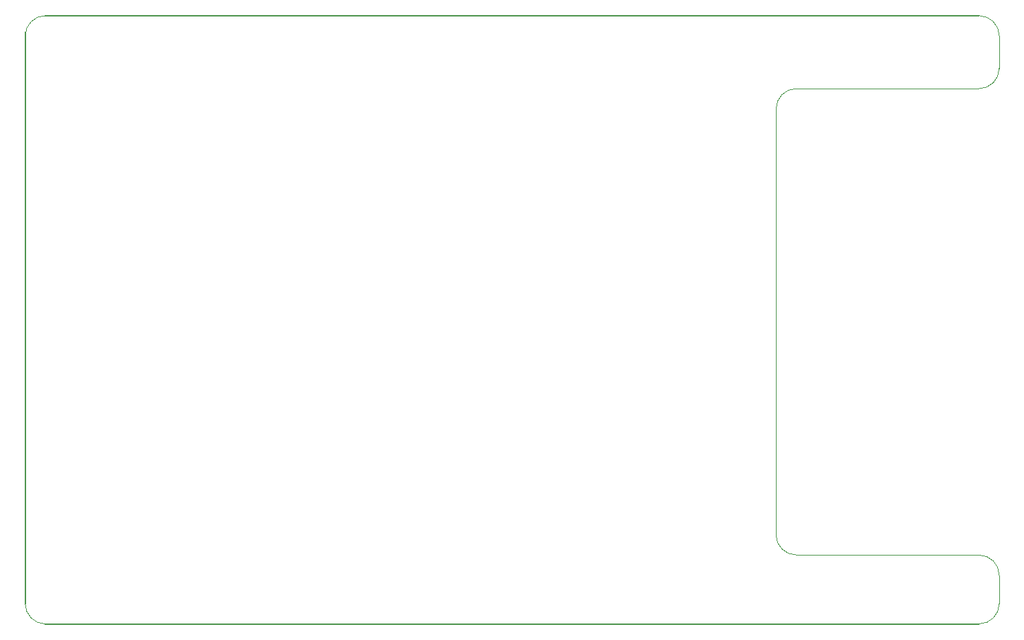
<source format=gm1>
G04 #@! TF.GenerationSoftware,KiCad,Pcbnew,(2017-06-12 revision 19d5cc754)-master*
G04 #@! TF.CreationDate,2017-12-09T12:00:16+01:00*
G04 #@! TF.ProjectId,RPi_Hat,5250695F4861742E6B696361645F7063,rev?*
G04 #@! TF.FileFunction,Profile,NP*
%FSLAX46Y46*%
G04 Gerber Fmt 4.6, Leading zero omitted, Abs format (unit mm)*
G04 Created by KiCad (PCBNEW (2017-06-12 revision 19d5cc754)-master) date 2017 December 09, Saturday 12:00:16*
%MOMM*%
%LPD*%
G01*
G04 APERTURE LIST*
%ADD10C,0.100000*%
%ADD11C,0.200000*%
G04 APERTURE END LIST*
D10*
X-25000000Y9000000D02*
G75*
G03X-27500000Y6500000I0J-2500000D01*
G01*
X-27500000Y-63500000D02*
G75*
G03X-25000000Y-66000000I2500000J0D01*
G01*
X92500000Y-60000000D02*
X92500000Y-63500000D01*
X92500000Y2500000D02*
X92500000Y2500000D01*
X92500000Y6500000D02*
X92500000Y2500000D01*
X92500000Y6500000D02*
G75*
G03X90000000Y9000000I-2500000J0D01*
G01*
X90000000Y-66000000D02*
G75*
G03X92500000Y-63500000I0J2500000D01*
G01*
X92500000Y-60000000D02*
G75*
G03X90000000Y-57500000I-2500000J0D01*
G01*
X67500000Y-57500000D02*
X90000000Y-57500000D01*
X67500000Y0D02*
G75*
G03X65000000Y-2500000I0J-2500000D01*
G01*
X90000000Y0D02*
X90000000Y0D01*
X67500000Y0D02*
X90000000Y0D01*
D11*
X90000000Y9000000D02*
X-25000000Y9000000D01*
X-25000000Y-66000000D02*
X90000000Y-66000000D01*
X-27500000Y7000000D02*
X-27500000Y-63500000D01*
D10*
X65000000Y-55000000D02*
G75*
G03X67500000Y-57500000I2500000J0D01*
G01*
X90000000Y0D02*
G75*
G03X92500000Y2500000I0J2500000D01*
G01*
X65000000Y-2500000D02*
X65000000Y-55000000D01*
M02*

</source>
